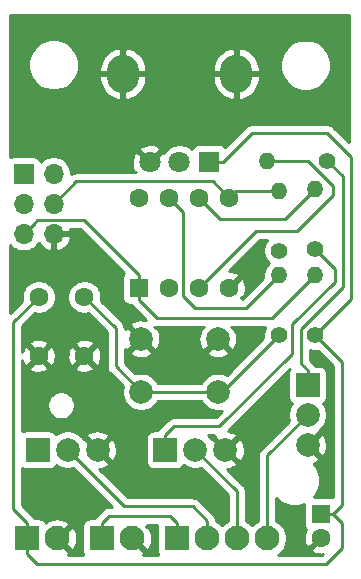
<source format=gtl>
G04 #@! TF.GenerationSoftware,KiCad,Pcbnew,5.1.5-52549c5~86~ubuntu19.04.1*
G04 #@! TF.CreationDate,2020-05-05T22:35:55+02:00*
G04 #@! TF.ProjectId,NotSoTinyDimmer,4e6f7453-6f54-4696-9e79-44696d6d6572,1.3.3*
G04 #@! TF.SameCoordinates,Original*
G04 #@! TF.FileFunction,Copper,L1,Top*
G04 #@! TF.FilePolarity,Positive*
%FSLAX46Y46*%
G04 Gerber Fmt 4.6, Leading zero omitted, Abs format (unit mm)*
G04 Created by KiCad (PCBNEW 5.1.5-52549c5~86~ubuntu19.04.1) date 2020-05-05 22:35:55*
%MOMM*%
%LPD*%
G04 APERTURE LIST*
%ADD10C,2.100000*%
%ADD11R,2.100000X2.100000*%
%ADD12O,1.400000X1.400000*%
%ADD13C,1.400000*%
%ADD14C,2.000000*%
%ADD15R,2.000000X2.000000*%
%ADD16C,1.600000*%
%ADD17R,1.600000X1.600000*%
%ADD18R,1.800000X1.800000*%
%ADD19C,1.800000*%
%ADD20O,2.720000X3.240000*%
%ADD21O,1.700000X1.700000*%
%ADD22R,1.700000X1.700000*%
%ADD23C,0.250000*%
%ADD24C,0.254000*%
G04 APERTURE END LIST*
D10*
X145313400Y-112920000D03*
D11*
X142773400Y-112920000D03*
D10*
X138995000Y-112920000D03*
D11*
X136455000Y-112920000D03*
D12*
X156768800Y-80924400D03*
D13*
X161848800Y-80924400D03*
D12*
X160782000Y-83362800D03*
D13*
X160782000Y-88442800D03*
D12*
X157734000Y-83464400D03*
D13*
X157734000Y-88544400D03*
D14*
X160172400Y-105003600D03*
X160172400Y-102463600D03*
D15*
X160172400Y-99923600D03*
X148132800Y-105410000D03*
D14*
X150672800Y-105410000D03*
X153212800Y-105410000D03*
D15*
X137312400Y-105410000D03*
D14*
X139852400Y-105410000D03*
X142392400Y-105410000D03*
D11*
X149123400Y-112920000D03*
D10*
X151663400Y-112920000D03*
X154203400Y-112920000D03*
X156743400Y-112920000D03*
D16*
X141274800Y-97468500D03*
X141274800Y-92468500D03*
X137403000Y-97468500D03*
X137403000Y-92468500D03*
D17*
X161290000Y-110845600D03*
D16*
X161290000Y-112845600D03*
D12*
X160782000Y-90632500D03*
D13*
X160782000Y-95712500D03*
D12*
X157734000Y-90632500D03*
D13*
X157734000Y-95712500D03*
D18*
X151828000Y-81089500D03*
D19*
X149328000Y-81089500D03*
X146828000Y-81089500D03*
D20*
X144528000Y-73589500D03*
X154128000Y-73589500D03*
D17*
X145897600Y-91694000D03*
D16*
X148437600Y-91694000D03*
X150977600Y-91694000D03*
X153517600Y-91694000D03*
X153517600Y-84074000D03*
X150977600Y-84074000D03*
X148437600Y-84074000D03*
X145897600Y-84074000D03*
D21*
X138668000Y-87134700D03*
X136128000Y-87134700D03*
X138668000Y-84594700D03*
X136128000Y-84594700D03*
X138668000Y-82054700D03*
D22*
X136128000Y-82054700D03*
D14*
X146078000Y-96007800D03*
X146078000Y-100507800D03*
X152578000Y-96007800D03*
X152578000Y-100507800D03*
D23*
X152978000Y-81089500D02*
X155479900Y-78587600D01*
X151828000Y-81089500D02*
X152978000Y-81089500D01*
X161798000Y-78587600D02*
X163830000Y-80619600D01*
X155479900Y-78587600D02*
X161798000Y-78587600D01*
X163830000Y-92664500D02*
X160782000Y-95712500D01*
X163830000Y-80619600D02*
X163830000Y-92664500D01*
X135255000Y-94616500D02*
X137403000Y-92468500D01*
X163068000Y-97998500D02*
X160782000Y-95712500D01*
X162340000Y-110845600D02*
X161290000Y-110845600D01*
X163068000Y-110117600D02*
X162340000Y-110845600D01*
X163068000Y-97998500D02*
X163068000Y-110117600D01*
X162340000Y-110845600D02*
X163093400Y-111599000D01*
X163093400Y-111599000D02*
X163093400Y-113715800D01*
X163093400Y-113715800D02*
X161747200Y-115062000D01*
X137297000Y-115062000D02*
X136455000Y-114220000D01*
X136455000Y-114220000D02*
X136455000Y-112920000D01*
X161747200Y-115062000D02*
X137297000Y-115062000D01*
X135255000Y-110420000D02*
X135255000Y-94616500D01*
X136455000Y-111620000D02*
X135255000Y-110420000D01*
X136455000Y-112920000D02*
X136455000Y-111620000D01*
X151163787Y-100507800D02*
X146078000Y-100507800D01*
X152578000Y-100507800D02*
X151163787Y-100507800D01*
X146078000Y-100507800D02*
X143916400Y-98346200D01*
X143916400Y-95110100D02*
X141274800Y-92468500D01*
X143916400Y-98346200D02*
X143916400Y-95110100D01*
X152938700Y-100507800D02*
X152578000Y-100507800D01*
X157734000Y-95712500D02*
X152938700Y-100507800D01*
X153517600Y-84074000D02*
X152133300Y-82689700D01*
X140573000Y-82689700D02*
X138668000Y-84594700D01*
X152133300Y-82689700D02*
X140573000Y-82689700D01*
X154127200Y-83464400D02*
X153517600Y-84074000D01*
X157734000Y-83464400D02*
X154127200Y-83464400D01*
X160782000Y-83362800D02*
X158292800Y-85852000D01*
X152755600Y-85852000D02*
X150977600Y-84074000D01*
X158292800Y-85852000D02*
X152755600Y-85852000D01*
X157734000Y-90632500D02*
X154940000Y-93426500D01*
X154940000Y-93426500D02*
X150678100Y-93426500D01*
X150678100Y-93426500D02*
X149656800Y-92405200D01*
X149656800Y-85293200D02*
X148437600Y-84074000D01*
X149656800Y-92405200D02*
X149656800Y-85293200D01*
X136977999Y-86284701D02*
X136128000Y-87134700D01*
X137303001Y-85959699D02*
X136977999Y-86284701D01*
X141213299Y-85959699D02*
X137303001Y-85959699D01*
X145897600Y-90644000D02*
X141213299Y-85959699D01*
X145897600Y-91694000D02*
X145897600Y-90644000D01*
X160782000Y-90632500D02*
X157180500Y-94234000D01*
X145897600Y-92744000D02*
X145897600Y-91694000D01*
X147387600Y-94234000D02*
X145897600Y-92744000D01*
X157180500Y-94234000D02*
X147387600Y-94234000D01*
X156768800Y-80924400D02*
X160172400Y-80924400D01*
X160172400Y-80924400D02*
X162306000Y-83058000D01*
X162306000Y-83058000D02*
X162306000Y-83820000D01*
X162306000Y-83820000D02*
X159258000Y-86868000D01*
X155803600Y-86868000D02*
X150977600Y-91694000D01*
X159258000Y-86868000D02*
X155803600Y-86868000D01*
X148864000Y-103428800D02*
X148132800Y-104160000D01*
X152704800Y-103428800D02*
X148864000Y-103428800D01*
X148132800Y-104160000D02*
X148132800Y-105410000D01*
X162458400Y-90119200D02*
X162458400Y-91186000D01*
X160782000Y-88442800D02*
X162458400Y-90119200D01*
X162458400Y-91186000D02*
X158847399Y-94797001D01*
X158847399Y-94797001D02*
X158847399Y-97286201D01*
X158847399Y-97286201D02*
X152704800Y-103428800D01*
X161848800Y-80924400D02*
X163169600Y-82245200D01*
X160046810Y-94742000D02*
X163169600Y-91619210D01*
X163169600Y-91619210D02*
X163169600Y-82245200D01*
X160046810Y-94742000D02*
X159613600Y-95175210D01*
X159613600Y-98114800D02*
X160172400Y-98673600D01*
X160172400Y-98673600D02*
X160172400Y-99923600D01*
X159613600Y-95175210D02*
X159613600Y-98114800D01*
X142773400Y-111620000D02*
X143395400Y-110998000D01*
X142773400Y-112920000D02*
X142773400Y-111620000D01*
X148501400Y-110998000D02*
X149123400Y-111620000D01*
X149123400Y-111620000D02*
X149123400Y-112920000D01*
X143395400Y-110998000D02*
X148501400Y-110998000D01*
X156743400Y-105892600D02*
X160172400Y-102463600D01*
X156743400Y-112920000D02*
X156743400Y-105892600D01*
X154203400Y-108940600D02*
X150672800Y-105410000D01*
X154203400Y-112920000D02*
X154203400Y-108940600D01*
X139852400Y-105410000D02*
X144653000Y-110210600D01*
X151663400Y-111435076D02*
X151663400Y-112920000D01*
X150438924Y-110210600D02*
X151663400Y-111435076D01*
X144653000Y-110210600D02*
X150438924Y-110210600D01*
D24*
G36*
X147435328Y-111870000D02*
G01*
X147435328Y-113970000D01*
X147447588Y-114094482D01*
X147483898Y-114214180D01*
X147530840Y-114302000D01*
X146225187Y-114302000D01*
X146304861Y-114091066D01*
X145313400Y-113099605D01*
X145299258Y-113113748D01*
X145119653Y-112934143D01*
X145133795Y-112920000D01*
X145119653Y-112905858D01*
X145299258Y-112726253D01*
X145313400Y-112740395D01*
X145327543Y-112726253D01*
X145507148Y-112905858D01*
X145493005Y-112920000D01*
X146484466Y-113911461D01*
X146753979Y-113809661D01*
X146899863Y-113511523D01*
X146984780Y-113190654D01*
X147005466Y-112859383D01*
X146961128Y-112530443D01*
X146853469Y-112216473D01*
X146753979Y-112030339D01*
X146484468Y-111928540D01*
X146600009Y-111812999D01*
X146545010Y-111758000D01*
X147446359Y-111758000D01*
X147435328Y-111870000D01*
G37*
X147435328Y-111870000D02*
X147435328Y-113970000D01*
X147447588Y-114094482D01*
X147483898Y-114214180D01*
X147530840Y-114302000D01*
X146225187Y-114302000D01*
X146304861Y-114091066D01*
X145313400Y-113099605D01*
X145299258Y-113113748D01*
X145119653Y-112934143D01*
X145133795Y-112920000D01*
X145119653Y-112905858D01*
X145299258Y-112726253D01*
X145313400Y-112740395D01*
X145327543Y-112726253D01*
X145507148Y-112905858D01*
X145493005Y-112920000D01*
X146484466Y-113911461D01*
X146753979Y-113809661D01*
X146899863Y-113511523D01*
X146984780Y-113190654D01*
X147005466Y-112859383D01*
X146961128Y-112530443D01*
X146853469Y-112216473D01*
X146753979Y-112030339D01*
X146484468Y-111928540D01*
X146600009Y-111812999D01*
X146545010Y-111758000D01*
X147446359Y-111758000D01*
X147435328Y-111870000D01*
G36*
X157671823Y-109685963D02*
G01*
X158027155Y-109923388D01*
X158421979Y-110086930D01*
X158841123Y-110170303D01*
X159268477Y-110170303D01*
X159687621Y-110086930D01*
X159854672Y-110017735D01*
X159851928Y-110045600D01*
X159851928Y-111645600D01*
X159864188Y-111770082D01*
X159900498Y-111889780D01*
X159959463Y-112000094D01*
X160038815Y-112096785D01*
X160051758Y-112107407D01*
X159932429Y-112359596D01*
X159863700Y-112633784D01*
X159849783Y-112916112D01*
X159891213Y-113195730D01*
X159986397Y-113461892D01*
X160053329Y-113587114D01*
X160297298Y-113658697D01*
X161110395Y-112845600D01*
X161096253Y-112831458D01*
X161275858Y-112651853D01*
X161290000Y-112665995D01*
X161304143Y-112651853D01*
X161483748Y-112831458D01*
X161469605Y-112845600D01*
X161483748Y-112859743D01*
X161304143Y-113039348D01*
X161290000Y-113025205D01*
X160476903Y-113838302D01*
X160548486Y-114082271D01*
X160803996Y-114203171D01*
X161078184Y-114271900D01*
X161360512Y-114285817D01*
X161463901Y-114270498D01*
X161432399Y-114302000D01*
X157708011Y-114302000D01*
X157817525Y-114228825D01*
X158052225Y-113994125D01*
X158236628Y-113718147D01*
X158363646Y-113411496D01*
X158428400Y-113085958D01*
X158428400Y-112754042D01*
X158363646Y-112428504D01*
X158236628Y-112121853D01*
X158052225Y-111845875D01*
X157817525Y-111611175D01*
X157541547Y-111426772D01*
X157503400Y-111410971D01*
X157503400Y-109517540D01*
X157671823Y-109685963D01*
G37*
X157671823Y-109685963D02*
X158027155Y-109923388D01*
X158421979Y-110086930D01*
X158841123Y-110170303D01*
X159268477Y-110170303D01*
X159687621Y-110086930D01*
X159854672Y-110017735D01*
X159851928Y-110045600D01*
X159851928Y-111645600D01*
X159864188Y-111770082D01*
X159900498Y-111889780D01*
X159959463Y-112000094D01*
X160038815Y-112096785D01*
X160051758Y-112107407D01*
X159932429Y-112359596D01*
X159863700Y-112633784D01*
X159849783Y-112916112D01*
X159891213Y-113195730D01*
X159986397Y-113461892D01*
X160053329Y-113587114D01*
X160297298Y-113658697D01*
X161110395Y-112845600D01*
X161096253Y-112831458D01*
X161275858Y-112651853D01*
X161290000Y-112665995D01*
X161304143Y-112651853D01*
X161483748Y-112831458D01*
X161469605Y-112845600D01*
X161483748Y-112859743D01*
X161304143Y-113039348D01*
X161290000Y-113025205D01*
X160476903Y-113838302D01*
X160548486Y-114082271D01*
X160803996Y-114203171D01*
X161078184Y-114271900D01*
X161360512Y-114285817D01*
X161463901Y-114270498D01*
X161432399Y-114302000D01*
X157708011Y-114302000D01*
X157817525Y-114228825D01*
X158052225Y-113994125D01*
X158236628Y-113718147D01*
X158363646Y-113411496D01*
X158428400Y-113085958D01*
X158428400Y-112754042D01*
X158363646Y-112428504D01*
X158236628Y-112121853D01*
X158052225Y-111845875D01*
X157817525Y-111611175D01*
X157541547Y-111426772D01*
X157503400Y-111410971D01*
X157503400Y-109517540D01*
X157671823Y-109685963D01*
G36*
X139077937Y-106858918D02*
G01*
X139375488Y-106982168D01*
X139691367Y-107045000D01*
X140013433Y-107045000D01*
X140329312Y-106982168D01*
X140343776Y-106976177D01*
X143605598Y-110238000D01*
X143432723Y-110238000D01*
X143395400Y-110234324D01*
X143358077Y-110238000D01*
X143358067Y-110238000D01*
X143246414Y-110248997D01*
X143103153Y-110292454D01*
X142971124Y-110363026D01*
X142855399Y-110457999D01*
X142831600Y-110486998D01*
X142262398Y-111056201D01*
X142233400Y-111079999D01*
X142209602Y-111108997D01*
X142209601Y-111108998D01*
X142138426Y-111195724D01*
X142119074Y-111231928D01*
X141723400Y-111231928D01*
X141598918Y-111244188D01*
X141479220Y-111280498D01*
X141368906Y-111339463D01*
X141272215Y-111418815D01*
X141192863Y-111515506D01*
X141133898Y-111625820D01*
X141097588Y-111745518D01*
X141085328Y-111870000D01*
X141085328Y-113970000D01*
X141097588Y-114094482D01*
X141133898Y-114214180D01*
X141180840Y-114302000D01*
X139906787Y-114302000D01*
X139986461Y-114091066D01*
X138995000Y-113099605D01*
X138980858Y-113113748D01*
X138801253Y-112934143D01*
X138815395Y-112920000D01*
X139174605Y-112920000D01*
X140166066Y-113911461D01*
X140435579Y-113809661D01*
X140581463Y-113511523D01*
X140666380Y-113190654D01*
X140687066Y-112859383D01*
X140642728Y-112530443D01*
X140535069Y-112216473D01*
X140435579Y-112030339D01*
X140166066Y-111928539D01*
X139174605Y-112920000D01*
X138815395Y-112920000D01*
X138801253Y-112905858D01*
X138980858Y-112726253D01*
X138995000Y-112740395D01*
X139986461Y-111748934D01*
X139884661Y-111479421D01*
X139586523Y-111333537D01*
X139265654Y-111248620D01*
X138934383Y-111227934D01*
X138605443Y-111272272D01*
X138291473Y-111379931D01*
X138105339Y-111479421D01*
X138068451Y-111577082D01*
X138035537Y-111515506D01*
X137956185Y-111418815D01*
X137859494Y-111339463D01*
X137749180Y-111280498D01*
X137629482Y-111244188D01*
X137505000Y-111231928D01*
X137109326Y-111231928D01*
X137089974Y-111195724D01*
X136995001Y-111079999D01*
X136966003Y-111056201D01*
X136015000Y-110105199D01*
X136015000Y-106971055D01*
X136068220Y-106999502D01*
X136187918Y-107035812D01*
X136312400Y-107048072D01*
X138312400Y-107048072D01*
X138436882Y-107035812D01*
X138556580Y-106999502D01*
X138666894Y-106940537D01*
X138763585Y-106861185D01*
X138842937Y-106764494D01*
X138867591Y-106718370D01*
X139077937Y-106858918D01*
G37*
X139077937Y-106858918D02*
X139375488Y-106982168D01*
X139691367Y-107045000D01*
X140013433Y-107045000D01*
X140329312Y-106982168D01*
X140343776Y-106976177D01*
X143605598Y-110238000D01*
X143432723Y-110238000D01*
X143395400Y-110234324D01*
X143358077Y-110238000D01*
X143358067Y-110238000D01*
X143246414Y-110248997D01*
X143103153Y-110292454D01*
X142971124Y-110363026D01*
X142855399Y-110457999D01*
X142831600Y-110486998D01*
X142262398Y-111056201D01*
X142233400Y-111079999D01*
X142209602Y-111108997D01*
X142209601Y-111108998D01*
X142138426Y-111195724D01*
X142119074Y-111231928D01*
X141723400Y-111231928D01*
X141598918Y-111244188D01*
X141479220Y-111280498D01*
X141368906Y-111339463D01*
X141272215Y-111418815D01*
X141192863Y-111515506D01*
X141133898Y-111625820D01*
X141097588Y-111745518D01*
X141085328Y-111870000D01*
X141085328Y-113970000D01*
X141097588Y-114094482D01*
X141133898Y-114214180D01*
X141180840Y-114302000D01*
X139906787Y-114302000D01*
X139986461Y-114091066D01*
X138995000Y-113099605D01*
X138980858Y-113113748D01*
X138801253Y-112934143D01*
X138815395Y-112920000D01*
X139174605Y-112920000D01*
X140166066Y-113911461D01*
X140435579Y-113809661D01*
X140581463Y-113511523D01*
X140666380Y-113190654D01*
X140687066Y-112859383D01*
X140642728Y-112530443D01*
X140535069Y-112216473D01*
X140435579Y-112030339D01*
X140166066Y-111928539D01*
X139174605Y-112920000D01*
X138815395Y-112920000D01*
X138801253Y-112905858D01*
X138980858Y-112726253D01*
X138995000Y-112740395D01*
X139986461Y-111748934D01*
X139884661Y-111479421D01*
X139586523Y-111333537D01*
X139265654Y-111248620D01*
X138934383Y-111227934D01*
X138605443Y-111272272D01*
X138291473Y-111379931D01*
X138105339Y-111479421D01*
X138068451Y-111577082D01*
X138035537Y-111515506D01*
X137956185Y-111418815D01*
X137859494Y-111339463D01*
X137749180Y-111280498D01*
X137629482Y-111244188D01*
X137505000Y-111231928D01*
X137109326Y-111231928D01*
X137089974Y-111195724D01*
X136995001Y-111079999D01*
X136966003Y-111056201D01*
X136015000Y-110105199D01*
X136015000Y-106971055D01*
X136068220Y-106999502D01*
X136187918Y-107035812D01*
X136312400Y-107048072D01*
X138312400Y-107048072D01*
X138436882Y-107035812D01*
X138556580Y-106999502D01*
X138666894Y-106940537D01*
X138763585Y-106861185D01*
X138842937Y-106764494D01*
X138867591Y-106718370D01*
X139077937Y-106858918D01*
G36*
X144635235Y-90456437D02*
G01*
X144567063Y-90539506D01*
X144508098Y-90649820D01*
X144471788Y-90769518D01*
X144459528Y-90894000D01*
X144459528Y-92494000D01*
X144471788Y-92618482D01*
X144508098Y-92738180D01*
X144567063Y-92848494D01*
X144646415Y-92945185D01*
X144743106Y-93024537D01*
X144853420Y-93083502D01*
X144973118Y-93119812D01*
X145097600Y-93132072D01*
X145243274Y-93132072D01*
X145262626Y-93168276D01*
X145302471Y-93216826D01*
X145357599Y-93284001D01*
X145386603Y-93307804D01*
X146509458Y-94430660D01*
X146336892Y-94385416D01*
X146015405Y-94366082D01*
X145696325Y-94409839D01*
X145391912Y-94515005D01*
X145217956Y-94607986D01*
X145122192Y-94872387D01*
X146078000Y-95828195D01*
X146092143Y-95814053D01*
X146271748Y-95993658D01*
X146257605Y-96007800D01*
X147213413Y-96963608D01*
X147477814Y-96867844D01*
X147618704Y-96578229D01*
X147700384Y-96266692D01*
X147719718Y-95945205D01*
X147675961Y-95626125D01*
X147570795Y-95321712D01*
X147477814Y-95147756D01*
X147213415Y-95051993D01*
X147278479Y-94986929D01*
X147350267Y-94994000D01*
X147350276Y-94994000D01*
X147387599Y-94997676D01*
X147424922Y-94994000D01*
X151384592Y-94994000D01*
X151442585Y-95051993D01*
X151178186Y-95147756D01*
X151037296Y-95437371D01*
X150955616Y-95748908D01*
X150936282Y-96070395D01*
X150980039Y-96389475D01*
X151085205Y-96693888D01*
X151178186Y-96867844D01*
X151442587Y-96963608D01*
X152398395Y-96007800D01*
X152384253Y-95993658D01*
X152563858Y-95814053D01*
X152578000Y-95828195D01*
X152592143Y-95814053D01*
X152771748Y-95993658D01*
X152757605Y-96007800D01*
X153713413Y-96963608D01*
X153977814Y-96867844D01*
X154118704Y-96578229D01*
X154200384Y-96266692D01*
X154219718Y-95945205D01*
X154175961Y-95626125D01*
X154070795Y-95321712D01*
X153977814Y-95147756D01*
X153713415Y-95051993D01*
X153771408Y-94994000D01*
X156608496Y-94994000D01*
X156550939Y-95080141D01*
X156450304Y-95323095D01*
X156399000Y-95581014D01*
X156399000Y-95843986D01*
X156420355Y-95951343D01*
X153324429Y-99047270D01*
X153054912Y-98935632D01*
X152739033Y-98872800D01*
X152416967Y-98872800D01*
X152101088Y-98935632D01*
X151803537Y-99058882D01*
X151535748Y-99237813D01*
X151308013Y-99465548D01*
X151129082Y-99733337D01*
X151123091Y-99747800D01*
X147532909Y-99747800D01*
X147526918Y-99733337D01*
X147347987Y-99465548D01*
X147120252Y-99237813D01*
X146852463Y-99058882D01*
X146554912Y-98935632D01*
X146239033Y-98872800D01*
X145916967Y-98872800D01*
X145601088Y-98935632D01*
X145586625Y-98941623D01*
X144676400Y-98031399D01*
X144676400Y-97143213D01*
X145122192Y-97143213D01*
X145217956Y-97407614D01*
X145507571Y-97548504D01*
X145819108Y-97630184D01*
X146140595Y-97649518D01*
X146459675Y-97605761D01*
X146764088Y-97500595D01*
X146938044Y-97407614D01*
X147033808Y-97143213D01*
X151622192Y-97143213D01*
X151717956Y-97407614D01*
X152007571Y-97548504D01*
X152319108Y-97630184D01*
X152640595Y-97649518D01*
X152959675Y-97605761D01*
X153264088Y-97500595D01*
X153438044Y-97407614D01*
X153533808Y-97143213D01*
X152578000Y-96187405D01*
X151622192Y-97143213D01*
X147033808Y-97143213D01*
X146078000Y-96187405D01*
X145122192Y-97143213D01*
X144676400Y-97143213D01*
X144676400Y-96864503D01*
X144678186Y-96867844D01*
X144942587Y-96963608D01*
X145898395Y-96007800D01*
X144942587Y-95051992D01*
X144678186Y-95147756D01*
X144676400Y-95151427D01*
X144676400Y-95147433D01*
X144680077Y-95110100D01*
X144665403Y-94961114D01*
X144621946Y-94817853D01*
X144551374Y-94685824D01*
X144456401Y-94570099D01*
X144427403Y-94546301D01*
X142673488Y-92792386D01*
X142709800Y-92609835D01*
X142709800Y-92327165D01*
X142654653Y-92049926D01*
X142546480Y-91788773D01*
X142389437Y-91553741D01*
X142189559Y-91353863D01*
X141954527Y-91196820D01*
X141693374Y-91088647D01*
X141416135Y-91033500D01*
X141133465Y-91033500D01*
X140856226Y-91088647D01*
X140595073Y-91196820D01*
X140360041Y-91353863D01*
X140160163Y-91553741D01*
X140003120Y-91788773D01*
X139894947Y-92049926D01*
X139839800Y-92327165D01*
X139839800Y-92609835D01*
X139894947Y-92887074D01*
X140003120Y-93148227D01*
X140160163Y-93383259D01*
X140360041Y-93583137D01*
X140595073Y-93740180D01*
X140856226Y-93848353D01*
X141133465Y-93903500D01*
X141416135Y-93903500D01*
X141598686Y-93867188D01*
X143156401Y-95424903D01*
X143156400Y-98308877D01*
X143152724Y-98346200D01*
X143156400Y-98383522D01*
X143156400Y-98383532D01*
X143167397Y-98495185D01*
X143210193Y-98636267D01*
X143210854Y-98638446D01*
X143281426Y-98770476D01*
X143304932Y-98799118D01*
X143376399Y-98886201D01*
X143405403Y-98910004D01*
X144511823Y-100016425D01*
X144505832Y-100030888D01*
X144443000Y-100346767D01*
X144443000Y-100668833D01*
X144505832Y-100984712D01*
X144629082Y-101282263D01*
X144808013Y-101550052D01*
X145035748Y-101777787D01*
X145303537Y-101956718D01*
X145601088Y-102079968D01*
X145916967Y-102142800D01*
X146239033Y-102142800D01*
X146554912Y-102079968D01*
X146852463Y-101956718D01*
X147120252Y-101777787D01*
X147347987Y-101550052D01*
X147526918Y-101282263D01*
X147532909Y-101267800D01*
X151123091Y-101267800D01*
X151129082Y-101282263D01*
X151308013Y-101550052D01*
X151535748Y-101777787D01*
X151803537Y-101956718D01*
X152101088Y-102079968D01*
X152416967Y-102142800D01*
X152739033Y-102142800D01*
X152959940Y-102098859D01*
X152389999Y-102668800D01*
X148901323Y-102668800D01*
X148864000Y-102665124D01*
X148826677Y-102668800D01*
X148826667Y-102668800D01*
X148715014Y-102679797D01*
X148571753Y-102723254D01*
X148439723Y-102793826D01*
X148356083Y-102862468D01*
X148323999Y-102888799D01*
X148300201Y-102917798D01*
X147621802Y-103596197D01*
X147592799Y-103619999D01*
X147537671Y-103687174D01*
X147497826Y-103735724D01*
X147478474Y-103771928D01*
X147132800Y-103771928D01*
X147008318Y-103784188D01*
X146888620Y-103820498D01*
X146778306Y-103879463D01*
X146681615Y-103958815D01*
X146602263Y-104055506D01*
X146543298Y-104165820D01*
X146506988Y-104285518D01*
X146494728Y-104410000D01*
X146494728Y-106410000D01*
X146506988Y-106534482D01*
X146543298Y-106654180D01*
X146602263Y-106764494D01*
X146681615Y-106861185D01*
X146778306Y-106940537D01*
X146888620Y-106999502D01*
X147008318Y-107035812D01*
X147132800Y-107048072D01*
X149132800Y-107048072D01*
X149257282Y-107035812D01*
X149376980Y-106999502D01*
X149487294Y-106940537D01*
X149583985Y-106861185D01*
X149663337Y-106764494D01*
X149687991Y-106718370D01*
X149898337Y-106858918D01*
X150195888Y-106982168D01*
X150511767Y-107045000D01*
X150833833Y-107045000D01*
X151149712Y-106982168D01*
X151164175Y-106976177D01*
X153443401Y-109255404D01*
X153443400Y-111410971D01*
X153405253Y-111426772D01*
X153129275Y-111611175D01*
X152933400Y-111807050D01*
X152737525Y-111611175D01*
X152461547Y-111426772D01*
X152424758Y-111411534D01*
X152412403Y-111286090D01*
X152368946Y-111142829D01*
X152298374Y-111010800D01*
X152256358Y-110959603D01*
X152203401Y-110895075D01*
X152174404Y-110871278D01*
X151002728Y-109699603D01*
X150978925Y-109670599D01*
X150863200Y-109575626D01*
X150731171Y-109505054D01*
X150587910Y-109461597D01*
X150476257Y-109450600D01*
X150476246Y-109450600D01*
X150438924Y-109446924D01*
X150401602Y-109450600D01*
X144967802Y-109450600D01*
X142555181Y-107037979D01*
X142774075Y-107007961D01*
X143078488Y-106902795D01*
X143252444Y-106809814D01*
X143348208Y-106545413D01*
X142392400Y-105589605D01*
X142378258Y-105603748D01*
X142198653Y-105424143D01*
X142212795Y-105410000D01*
X142572005Y-105410000D01*
X143527813Y-106365808D01*
X143792214Y-106270044D01*
X143933104Y-105980429D01*
X144014784Y-105668892D01*
X144034118Y-105347405D01*
X143990361Y-105028325D01*
X143885195Y-104723912D01*
X143792214Y-104549956D01*
X143527813Y-104454192D01*
X142572005Y-105410000D01*
X142212795Y-105410000D01*
X141256987Y-104454192D01*
X141195120Y-104476600D01*
X141122387Y-104367748D01*
X141029226Y-104274587D01*
X141436592Y-104274587D01*
X142392400Y-105230395D01*
X143348208Y-104274587D01*
X143252444Y-104010186D01*
X142962829Y-103869296D01*
X142651292Y-103787616D01*
X142329805Y-103768282D01*
X142010725Y-103812039D01*
X141706312Y-103917205D01*
X141532356Y-104010186D01*
X141436592Y-104274587D01*
X141029226Y-104274587D01*
X140894652Y-104140013D01*
X140626863Y-103961082D01*
X140329312Y-103837832D01*
X140013433Y-103775000D01*
X139691367Y-103775000D01*
X139375488Y-103837832D01*
X139077937Y-103961082D01*
X138867591Y-104101630D01*
X138842937Y-104055506D01*
X138763585Y-103958815D01*
X138666894Y-103879463D01*
X138556580Y-103820498D01*
X138436882Y-103784188D01*
X138312400Y-103771928D01*
X136312400Y-103771928D01*
X136187918Y-103784188D01*
X136068220Y-103820498D01*
X136015000Y-103848945D01*
X136015000Y-101535140D01*
X138119282Y-101535140D01*
X138119282Y-101766460D01*
X138164410Y-101993336D01*
X138252933Y-102207048D01*
X138381448Y-102399384D01*
X138545016Y-102562952D01*
X138737352Y-102691467D01*
X138951064Y-102779990D01*
X139177940Y-102825118D01*
X139409260Y-102825118D01*
X139636136Y-102779990D01*
X139849848Y-102691467D01*
X140042184Y-102562952D01*
X140205752Y-102399384D01*
X140334267Y-102207048D01*
X140422790Y-101993336D01*
X140467918Y-101766460D01*
X140467918Y-101535140D01*
X140422790Y-101308264D01*
X140334267Y-101094552D01*
X140205752Y-100902216D01*
X140042184Y-100738648D01*
X139849848Y-100610133D01*
X139636136Y-100521610D01*
X139409260Y-100476482D01*
X139177940Y-100476482D01*
X138951064Y-100521610D01*
X138737352Y-100610133D01*
X138545016Y-100738648D01*
X138381448Y-100902216D01*
X138252933Y-101094552D01*
X138164410Y-101308264D01*
X138119282Y-101535140D01*
X136015000Y-101535140D01*
X136015000Y-98461202D01*
X136589903Y-98461202D01*
X136661486Y-98705171D01*
X136916996Y-98826071D01*
X137191184Y-98894800D01*
X137473512Y-98908717D01*
X137753130Y-98867287D01*
X138019292Y-98772103D01*
X138144514Y-98705171D01*
X138216097Y-98461202D01*
X140461703Y-98461202D01*
X140533286Y-98705171D01*
X140788796Y-98826071D01*
X141062984Y-98894800D01*
X141345312Y-98908717D01*
X141624930Y-98867287D01*
X141891092Y-98772103D01*
X142016314Y-98705171D01*
X142087897Y-98461202D01*
X141274800Y-97648105D01*
X140461703Y-98461202D01*
X138216097Y-98461202D01*
X137403000Y-97648105D01*
X136589903Y-98461202D01*
X136015000Y-98461202D01*
X136015000Y-97848794D01*
X136099397Y-98084792D01*
X136166329Y-98210014D01*
X136410298Y-98281597D01*
X137223395Y-97468500D01*
X137582605Y-97468500D01*
X138395702Y-98281597D01*
X138639671Y-98210014D01*
X138760571Y-97954504D01*
X138829300Y-97680316D01*
X138836265Y-97539012D01*
X139834583Y-97539012D01*
X139876013Y-97818630D01*
X139971197Y-98084792D01*
X140038129Y-98210014D01*
X140282098Y-98281597D01*
X141095195Y-97468500D01*
X141454405Y-97468500D01*
X142267502Y-98281597D01*
X142511471Y-98210014D01*
X142632371Y-97954504D01*
X142701100Y-97680316D01*
X142715017Y-97397988D01*
X142673587Y-97118370D01*
X142578403Y-96852208D01*
X142511471Y-96726986D01*
X142267502Y-96655403D01*
X141454405Y-97468500D01*
X141095195Y-97468500D01*
X140282098Y-96655403D01*
X140038129Y-96726986D01*
X139917229Y-96982496D01*
X139848500Y-97256684D01*
X139834583Y-97539012D01*
X138836265Y-97539012D01*
X138843217Y-97397988D01*
X138801787Y-97118370D01*
X138706603Y-96852208D01*
X138639671Y-96726986D01*
X138395702Y-96655403D01*
X137582605Y-97468500D01*
X137223395Y-97468500D01*
X136410298Y-96655403D01*
X136166329Y-96726986D01*
X136045429Y-96982496D01*
X136015000Y-97103890D01*
X136015000Y-96475798D01*
X136589903Y-96475798D01*
X137403000Y-97288895D01*
X138216097Y-96475798D01*
X140461703Y-96475798D01*
X141274800Y-97288895D01*
X142087897Y-96475798D01*
X142016314Y-96231829D01*
X141760804Y-96110929D01*
X141486616Y-96042200D01*
X141204288Y-96028283D01*
X140924670Y-96069713D01*
X140658508Y-96164897D01*
X140533286Y-96231829D01*
X140461703Y-96475798D01*
X138216097Y-96475798D01*
X138144514Y-96231829D01*
X137889004Y-96110929D01*
X137614816Y-96042200D01*
X137332488Y-96028283D01*
X137052870Y-96069713D01*
X136786708Y-96164897D01*
X136661486Y-96231829D01*
X136589903Y-96475798D01*
X136015000Y-96475798D01*
X136015000Y-94931301D01*
X137079114Y-93867188D01*
X137261665Y-93903500D01*
X137544335Y-93903500D01*
X137821574Y-93848353D01*
X138082727Y-93740180D01*
X138317759Y-93583137D01*
X138517637Y-93383259D01*
X138674680Y-93148227D01*
X138782853Y-92887074D01*
X138838000Y-92609835D01*
X138838000Y-92327165D01*
X138782853Y-92049926D01*
X138674680Y-91788773D01*
X138517637Y-91553741D01*
X138317759Y-91353863D01*
X138082727Y-91196820D01*
X137821574Y-91088647D01*
X137544335Y-91033500D01*
X137261665Y-91033500D01*
X136984426Y-91088647D01*
X136723273Y-91196820D01*
X136488241Y-91353863D01*
X136288363Y-91553741D01*
X136131320Y-91788773D01*
X136023147Y-92049926D01*
X135968000Y-92327165D01*
X135968000Y-92609835D01*
X136004312Y-92792386D01*
X134988000Y-93808699D01*
X134988000Y-88094807D01*
X135181368Y-88288175D01*
X135424589Y-88450690D01*
X135694842Y-88562632D01*
X135981740Y-88619700D01*
X136274260Y-88619700D01*
X136561158Y-88562632D01*
X136831411Y-88450690D01*
X137074632Y-88288175D01*
X137281475Y-88081332D01*
X137399100Y-87905294D01*
X137570412Y-88134969D01*
X137786645Y-88329878D01*
X138036748Y-88478857D01*
X138311109Y-88576181D01*
X138541000Y-88455514D01*
X138541000Y-87261700D01*
X138795000Y-87261700D01*
X138795000Y-88455514D01*
X139024891Y-88576181D01*
X139299252Y-88478857D01*
X139549355Y-88329878D01*
X139765588Y-88134969D01*
X139939641Y-87901620D01*
X140064825Y-87638799D01*
X140109476Y-87491590D01*
X139988155Y-87261700D01*
X138795000Y-87261700D01*
X138541000Y-87261700D01*
X138521000Y-87261700D01*
X138521000Y-87007700D01*
X138541000Y-87007700D01*
X138541000Y-86987700D01*
X138795000Y-86987700D01*
X138795000Y-87007700D01*
X139988155Y-87007700D01*
X140109476Y-86777810D01*
X140091850Y-86719699D01*
X140898498Y-86719699D01*
X144635235Y-90456437D01*
G37*
X144635235Y-90456437D02*
X144567063Y-90539506D01*
X144508098Y-90649820D01*
X144471788Y-90769518D01*
X144459528Y-90894000D01*
X144459528Y-92494000D01*
X144471788Y-92618482D01*
X144508098Y-92738180D01*
X144567063Y-92848494D01*
X144646415Y-92945185D01*
X144743106Y-93024537D01*
X144853420Y-93083502D01*
X144973118Y-93119812D01*
X145097600Y-93132072D01*
X145243274Y-93132072D01*
X145262626Y-93168276D01*
X145302471Y-93216826D01*
X145357599Y-93284001D01*
X145386603Y-93307804D01*
X146509458Y-94430660D01*
X146336892Y-94385416D01*
X146015405Y-94366082D01*
X145696325Y-94409839D01*
X145391912Y-94515005D01*
X145217956Y-94607986D01*
X145122192Y-94872387D01*
X146078000Y-95828195D01*
X146092143Y-95814053D01*
X146271748Y-95993658D01*
X146257605Y-96007800D01*
X147213413Y-96963608D01*
X147477814Y-96867844D01*
X147618704Y-96578229D01*
X147700384Y-96266692D01*
X147719718Y-95945205D01*
X147675961Y-95626125D01*
X147570795Y-95321712D01*
X147477814Y-95147756D01*
X147213415Y-95051993D01*
X147278479Y-94986929D01*
X147350267Y-94994000D01*
X147350276Y-94994000D01*
X147387599Y-94997676D01*
X147424922Y-94994000D01*
X151384592Y-94994000D01*
X151442585Y-95051993D01*
X151178186Y-95147756D01*
X151037296Y-95437371D01*
X150955616Y-95748908D01*
X150936282Y-96070395D01*
X150980039Y-96389475D01*
X151085205Y-96693888D01*
X151178186Y-96867844D01*
X151442587Y-96963608D01*
X152398395Y-96007800D01*
X152384253Y-95993658D01*
X152563858Y-95814053D01*
X152578000Y-95828195D01*
X152592143Y-95814053D01*
X152771748Y-95993658D01*
X152757605Y-96007800D01*
X153713413Y-96963608D01*
X153977814Y-96867844D01*
X154118704Y-96578229D01*
X154200384Y-96266692D01*
X154219718Y-95945205D01*
X154175961Y-95626125D01*
X154070795Y-95321712D01*
X153977814Y-95147756D01*
X153713415Y-95051993D01*
X153771408Y-94994000D01*
X156608496Y-94994000D01*
X156550939Y-95080141D01*
X156450304Y-95323095D01*
X156399000Y-95581014D01*
X156399000Y-95843986D01*
X156420355Y-95951343D01*
X153324429Y-99047270D01*
X153054912Y-98935632D01*
X152739033Y-98872800D01*
X152416967Y-98872800D01*
X152101088Y-98935632D01*
X151803537Y-99058882D01*
X151535748Y-99237813D01*
X151308013Y-99465548D01*
X151129082Y-99733337D01*
X151123091Y-99747800D01*
X147532909Y-99747800D01*
X147526918Y-99733337D01*
X147347987Y-99465548D01*
X147120252Y-99237813D01*
X146852463Y-99058882D01*
X146554912Y-98935632D01*
X146239033Y-98872800D01*
X145916967Y-98872800D01*
X145601088Y-98935632D01*
X145586625Y-98941623D01*
X144676400Y-98031399D01*
X144676400Y-97143213D01*
X145122192Y-97143213D01*
X145217956Y-97407614D01*
X145507571Y-97548504D01*
X145819108Y-97630184D01*
X146140595Y-97649518D01*
X146459675Y-97605761D01*
X146764088Y-97500595D01*
X146938044Y-97407614D01*
X147033808Y-97143213D01*
X151622192Y-97143213D01*
X151717956Y-97407614D01*
X152007571Y-97548504D01*
X152319108Y-97630184D01*
X152640595Y-97649518D01*
X152959675Y-97605761D01*
X153264088Y-97500595D01*
X153438044Y-97407614D01*
X153533808Y-97143213D01*
X152578000Y-96187405D01*
X151622192Y-97143213D01*
X147033808Y-97143213D01*
X146078000Y-96187405D01*
X145122192Y-97143213D01*
X144676400Y-97143213D01*
X144676400Y-96864503D01*
X144678186Y-96867844D01*
X144942587Y-96963608D01*
X145898395Y-96007800D01*
X144942587Y-95051992D01*
X144678186Y-95147756D01*
X144676400Y-95151427D01*
X144676400Y-95147433D01*
X144680077Y-95110100D01*
X144665403Y-94961114D01*
X144621946Y-94817853D01*
X144551374Y-94685824D01*
X144456401Y-94570099D01*
X144427403Y-94546301D01*
X142673488Y-92792386D01*
X142709800Y-92609835D01*
X142709800Y-92327165D01*
X142654653Y-92049926D01*
X142546480Y-91788773D01*
X142389437Y-91553741D01*
X142189559Y-91353863D01*
X141954527Y-91196820D01*
X141693374Y-91088647D01*
X141416135Y-91033500D01*
X141133465Y-91033500D01*
X140856226Y-91088647D01*
X140595073Y-91196820D01*
X140360041Y-91353863D01*
X140160163Y-91553741D01*
X140003120Y-91788773D01*
X139894947Y-92049926D01*
X139839800Y-92327165D01*
X139839800Y-92609835D01*
X139894947Y-92887074D01*
X140003120Y-93148227D01*
X140160163Y-93383259D01*
X140360041Y-93583137D01*
X140595073Y-93740180D01*
X140856226Y-93848353D01*
X141133465Y-93903500D01*
X141416135Y-93903500D01*
X141598686Y-93867188D01*
X143156401Y-95424903D01*
X143156400Y-98308877D01*
X143152724Y-98346200D01*
X143156400Y-98383522D01*
X143156400Y-98383532D01*
X143167397Y-98495185D01*
X143210193Y-98636267D01*
X143210854Y-98638446D01*
X143281426Y-98770476D01*
X143304932Y-98799118D01*
X143376399Y-98886201D01*
X143405403Y-98910004D01*
X144511823Y-100016425D01*
X144505832Y-100030888D01*
X144443000Y-100346767D01*
X144443000Y-100668833D01*
X144505832Y-100984712D01*
X144629082Y-101282263D01*
X144808013Y-101550052D01*
X145035748Y-101777787D01*
X145303537Y-101956718D01*
X145601088Y-102079968D01*
X145916967Y-102142800D01*
X146239033Y-102142800D01*
X146554912Y-102079968D01*
X146852463Y-101956718D01*
X147120252Y-101777787D01*
X147347987Y-101550052D01*
X147526918Y-101282263D01*
X147532909Y-101267800D01*
X151123091Y-101267800D01*
X151129082Y-101282263D01*
X151308013Y-101550052D01*
X151535748Y-101777787D01*
X151803537Y-101956718D01*
X152101088Y-102079968D01*
X152416967Y-102142800D01*
X152739033Y-102142800D01*
X152959940Y-102098859D01*
X152389999Y-102668800D01*
X148901323Y-102668800D01*
X148864000Y-102665124D01*
X148826677Y-102668800D01*
X148826667Y-102668800D01*
X148715014Y-102679797D01*
X148571753Y-102723254D01*
X148439723Y-102793826D01*
X148356083Y-102862468D01*
X148323999Y-102888799D01*
X148300201Y-102917798D01*
X147621802Y-103596197D01*
X147592799Y-103619999D01*
X147537671Y-103687174D01*
X147497826Y-103735724D01*
X147478474Y-103771928D01*
X147132800Y-103771928D01*
X147008318Y-103784188D01*
X146888620Y-103820498D01*
X146778306Y-103879463D01*
X146681615Y-103958815D01*
X146602263Y-104055506D01*
X146543298Y-104165820D01*
X146506988Y-104285518D01*
X146494728Y-104410000D01*
X146494728Y-106410000D01*
X146506988Y-106534482D01*
X146543298Y-106654180D01*
X146602263Y-106764494D01*
X146681615Y-106861185D01*
X146778306Y-106940537D01*
X146888620Y-106999502D01*
X147008318Y-107035812D01*
X147132800Y-107048072D01*
X149132800Y-107048072D01*
X149257282Y-107035812D01*
X149376980Y-106999502D01*
X149487294Y-106940537D01*
X149583985Y-106861185D01*
X149663337Y-106764494D01*
X149687991Y-106718370D01*
X149898337Y-106858918D01*
X150195888Y-106982168D01*
X150511767Y-107045000D01*
X150833833Y-107045000D01*
X151149712Y-106982168D01*
X151164175Y-106976177D01*
X153443401Y-109255404D01*
X153443400Y-111410971D01*
X153405253Y-111426772D01*
X153129275Y-111611175D01*
X152933400Y-111807050D01*
X152737525Y-111611175D01*
X152461547Y-111426772D01*
X152424758Y-111411534D01*
X152412403Y-111286090D01*
X152368946Y-111142829D01*
X152298374Y-111010800D01*
X152256358Y-110959603D01*
X152203401Y-110895075D01*
X152174404Y-110871278D01*
X151002728Y-109699603D01*
X150978925Y-109670599D01*
X150863200Y-109575626D01*
X150731171Y-109505054D01*
X150587910Y-109461597D01*
X150476257Y-109450600D01*
X150476246Y-109450600D01*
X150438924Y-109446924D01*
X150401602Y-109450600D01*
X144967802Y-109450600D01*
X142555181Y-107037979D01*
X142774075Y-107007961D01*
X143078488Y-106902795D01*
X143252444Y-106809814D01*
X143348208Y-106545413D01*
X142392400Y-105589605D01*
X142378258Y-105603748D01*
X142198653Y-105424143D01*
X142212795Y-105410000D01*
X142572005Y-105410000D01*
X143527813Y-106365808D01*
X143792214Y-106270044D01*
X143933104Y-105980429D01*
X144014784Y-105668892D01*
X144034118Y-105347405D01*
X143990361Y-105028325D01*
X143885195Y-104723912D01*
X143792214Y-104549956D01*
X143527813Y-104454192D01*
X142572005Y-105410000D01*
X142212795Y-105410000D01*
X141256987Y-104454192D01*
X141195120Y-104476600D01*
X141122387Y-104367748D01*
X141029226Y-104274587D01*
X141436592Y-104274587D01*
X142392400Y-105230395D01*
X143348208Y-104274587D01*
X143252444Y-104010186D01*
X142962829Y-103869296D01*
X142651292Y-103787616D01*
X142329805Y-103768282D01*
X142010725Y-103812039D01*
X141706312Y-103917205D01*
X141532356Y-104010186D01*
X141436592Y-104274587D01*
X141029226Y-104274587D01*
X140894652Y-104140013D01*
X140626863Y-103961082D01*
X140329312Y-103837832D01*
X140013433Y-103775000D01*
X139691367Y-103775000D01*
X139375488Y-103837832D01*
X139077937Y-103961082D01*
X138867591Y-104101630D01*
X138842937Y-104055506D01*
X138763585Y-103958815D01*
X138666894Y-103879463D01*
X138556580Y-103820498D01*
X138436882Y-103784188D01*
X138312400Y-103771928D01*
X136312400Y-103771928D01*
X136187918Y-103784188D01*
X136068220Y-103820498D01*
X136015000Y-103848945D01*
X136015000Y-101535140D01*
X138119282Y-101535140D01*
X138119282Y-101766460D01*
X138164410Y-101993336D01*
X138252933Y-102207048D01*
X138381448Y-102399384D01*
X138545016Y-102562952D01*
X138737352Y-102691467D01*
X138951064Y-102779990D01*
X139177940Y-102825118D01*
X139409260Y-102825118D01*
X139636136Y-102779990D01*
X139849848Y-102691467D01*
X140042184Y-102562952D01*
X140205752Y-102399384D01*
X140334267Y-102207048D01*
X140422790Y-101993336D01*
X140467918Y-101766460D01*
X140467918Y-101535140D01*
X140422790Y-101308264D01*
X140334267Y-101094552D01*
X140205752Y-100902216D01*
X140042184Y-100738648D01*
X139849848Y-100610133D01*
X139636136Y-100521610D01*
X139409260Y-100476482D01*
X139177940Y-100476482D01*
X138951064Y-100521610D01*
X138737352Y-100610133D01*
X138545016Y-100738648D01*
X138381448Y-100902216D01*
X138252933Y-101094552D01*
X138164410Y-101308264D01*
X138119282Y-101535140D01*
X136015000Y-101535140D01*
X136015000Y-98461202D01*
X136589903Y-98461202D01*
X136661486Y-98705171D01*
X136916996Y-98826071D01*
X137191184Y-98894800D01*
X137473512Y-98908717D01*
X137753130Y-98867287D01*
X138019292Y-98772103D01*
X138144514Y-98705171D01*
X138216097Y-98461202D01*
X140461703Y-98461202D01*
X140533286Y-98705171D01*
X140788796Y-98826071D01*
X141062984Y-98894800D01*
X141345312Y-98908717D01*
X141624930Y-98867287D01*
X141891092Y-98772103D01*
X142016314Y-98705171D01*
X142087897Y-98461202D01*
X141274800Y-97648105D01*
X140461703Y-98461202D01*
X138216097Y-98461202D01*
X137403000Y-97648105D01*
X136589903Y-98461202D01*
X136015000Y-98461202D01*
X136015000Y-97848794D01*
X136099397Y-98084792D01*
X136166329Y-98210014D01*
X136410298Y-98281597D01*
X137223395Y-97468500D01*
X137582605Y-97468500D01*
X138395702Y-98281597D01*
X138639671Y-98210014D01*
X138760571Y-97954504D01*
X138829300Y-97680316D01*
X138836265Y-97539012D01*
X139834583Y-97539012D01*
X139876013Y-97818630D01*
X139971197Y-98084792D01*
X140038129Y-98210014D01*
X140282098Y-98281597D01*
X141095195Y-97468500D01*
X141454405Y-97468500D01*
X142267502Y-98281597D01*
X142511471Y-98210014D01*
X142632371Y-97954504D01*
X142701100Y-97680316D01*
X142715017Y-97397988D01*
X142673587Y-97118370D01*
X142578403Y-96852208D01*
X142511471Y-96726986D01*
X142267502Y-96655403D01*
X141454405Y-97468500D01*
X141095195Y-97468500D01*
X140282098Y-96655403D01*
X140038129Y-96726986D01*
X139917229Y-96982496D01*
X139848500Y-97256684D01*
X139834583Y-97539012D01*
X138836265Y-97539012D01*
X138843217Y-97397988D01*
X138801787Y-97118370D01*
X138706603Y-96852208D01*
X138639671Y-96726986D01*
X138395702Y-96655403D01*
X137582605Y-97468500D01*
X137223395Y-97468500D01*
X136410298Y-96655403D01*
X136166329Y-96726986D01*
X136045429Y-96982496D01*
X136015000Y-97103890D01*
X136015000Y-96475798D01*
X136589903Y-96475798D01*
X137403000Y-97288895D01*
X138216097Y-96475798D01*
X140461703Y-96475798D01*
X141274800Y-97288895D01*
X142087897Y-96475798D01*
X142016314Y-96231829D01*
X141760804Y-96110929D01*
X141486616Y-96042200D01*
X141204288Y-96028283D01*
X140924670Y-96069713D01*
X140658508Y-96164897D01*
X140533286Y-96231829D01*
X140461703Y-96475798D01*
X138216097Y-96475798D01*
X138144514Y-96231829D01*
X137889004Y-96110929D01*
X137614816Y-96042200D01*
X137332488Y-96028283D01*
X137052870Y-96069713D01*
X136786708Y-96164897D01*
X136661486Y-96231829D01*
X136589903Y-96475798D01*
X136015000Y-96475798D01*
X136015000Y-94931301D01*
X137079114Y-93867188D01*
X137261665Y-93903500D01*
X137544335Y-93903500D01*
X137821574Y-93848353D01*
X138082727Y-93740180D01*
X138317759Y-93583137D01*
X138517637Y-93383259D01*
X138674680Y-93148227D01*
X138782853Y-92887074D01*
X138838000Y-92609835D01*
X138838000Y-92327165D01*
X138782853Y-92049926D01*
X138674680Y-91788773D01*
X138517637Y-91553741D01*
X138317759Y-91353863D01*
X138082727Y-91196820D01*
X137821574Y-91088647D01*
X137544335Y-91033500D01*
X137261665Y-91033500D01*
X136984426Y-91088647D01*
X136723273Y-91196820D01*
X136488241Y-91353863D01*
X136288363Y-91553741D01*
X136131320Y-91788773D01*
X136023147Y-92049926D01*
X135968000Y-92327165D01*
X135968000Y-92609835D01*
X136004312Y-92792386D01*
X134988000Y-93808699D01*
X134988000Y-88094807D01*
X135181368Y-88288175D01*
X135424589Y-88450690D01*
X135694842Y-88562632D01*
X135981740Y-88619700D01*
X136274260Y-88619700D01*
X136561158Y-88562632D01*
X136831411Y-88450690D01*
X137074632Y-88288175D01*
X137281475Y-88081332D01*
X137399100Y-87905294D01*
X137570412Y-88134969D01*
X137786645Y-88329878D01*
X138036748Y-88478857D01*
X138311109Y-88576181D01*
X138541000Y-88455514D01*
X138541000Y-87261700D01*
X138795000Y-87261700D01*
X138795000Y-88455514D01*
X139024891Y-88576181D01*
X139299252Y-88478857D01*
X139549355Y-88329878D01*
X139765588Y-88134969D01*
X139939641Y-87901620D01*
X140064825Y-87638799D01*
X140109476Y-87491590D01*
X139988155Y-87261700D01*
X138795000Y-87261700D01*
X138541000Y-87261700D01*
X138521000Y-87261700D01*
X138521000Y-87007700D01*
X138541000Y-87007700D01*
X138541000Y-86987700D01*
X138795000Y-86987700D01*
X138795000Y-87007700D01*
X139988155Y-87007700D01*
X140109476Y-86777810D01*
X140091850Y-86719699D01*
X140898498Y-86719699D01*
X144635235Y-90456437D01*
G36*
X158641863Y-98569106D02*
G01*
X158582898Y-98679420D01*
X158546588Y-98799118D01*
X158534328Y-98923600D01*
X158534328Y-100923600D01*
X158546588Y-101048082D01*
X158582898Y-101167780D01*
X158641863Y-101278094D01*
X158721215Y-101374785D01*
X158817906Y-101454137D01*
X158864030Y-101478791D01*
X158723482Y-101689137D01*
X158600232Y-101986688D01*
X158537400Y-102302567D01*
X158537400Y-102624633D01*
X158600232Y-102940512D01*
X158606223Y-102954975D01*
X156232398Y-105328801D01*
X156203400Y-105352599D01*
X156179602Y-105381597D01*
X156179601Y-105381598D01*
X156108426Y-105468324D01*
X156037854Y-105600354D01*
X156017064Y-105668892D01*
X155994398Y-105743614D01*
X155983401Y-105855267D01*
X155979724Y-105892600D01*
X155983401Y-105929932D01*
X155983400Y-111410971D01*
X155945253Y-111426772D01*
X155669275Y-111611175D01*
X155473400Y-111807050D01*
X155277525Y-111611175D01*
X155001547Y-111426772D01*
X154963400Y-111410971D01*
X154963400Y-108977922D01*
X154967076Y-108940599D01*
X154963400Y-108903276D01*
X154963400Y-108903267D01*
X154952403Y-108791614D01*
X154908946Y-108648353D01*
X154838374Y-108516324D01*
X154825211Y-108500285D01*
X154767199Y-108429596D01*
X154767195Y-108429592D01*
X154743401Y-108400599D01*
X154714408Y-108376805D01*
X153375581Y-107037979D01*
X153594475Y-107007961D01*
X153898888Y-106902795D01*
X154072844Y-106809814D01*
X154168608Y-106545413D01*
X153212800Y-105589605D01*
X153198658Y-105603748D01*
X153019053Y-105424143D01*
X153033195Y-105410000D01*
X153392405Y-105410000D01*
X154348213Y-106365808D01*
X154612614Y-106270044D01*
X154753504Y-105980429D01*
X154835184Y-105668892D01*
X154854518Y-105347405D01*
X154810761Y-105028325D01*
X154705595Y-104723912D01*
X154612614Y-104549956D01*
X154348213Y-104454192D01*
X153392405Y-105410000D01*
X153033195Y-105410000D01*
X152077387Y-104454192D01*
X152015520Y-104476600D01*
X151942787Y-104367748D01*
X151763839Y-104188800D01*
X152288063Y-104188800D01*
X152256992Y-104274587D01*
X153212800Y-105230395D01*
X154168608Y-104274587D01*
X154072844Y-104010186D01*
X153783229Y-103869296D01*
X153471692Y-103787616D01*
X153423673Y-103784728D01*
X158653611Y-98554790D01*
X158641863Y-98569106D01*
G37*
X158641863Y-98569106D02*
X158582898Y-98679420D01*
X158546588Y-98799118D01*
X158534328Y-98923600D01*
X158534328Y-100923600D01*
X158546588Y-101048082D01*
X158582898Y-101167780D01*
X158641863Y-101278094D01*
X158721215Y-101374785D01*
X158817906Y-101454137D01*
X158864030Y-101478791D01*
X158723482Y-101689137D01*
X158600232Y-101986688D01*
X158537400Y-102302567D01*
X158537400Y-102624633D01*
X158600232Y-102940512D01*
X158606223Y-102954975D01*
X156232398Y-105328801D01*
X156203400Y-105352599D01*
X156179602Y-105381597D01*
X156179601Y-105381598D01*
X156108426Y-105468324D01*
X156037854Y-105600354D01*
X156017064Y-105668892D01*
X155994398Y-105743614D01*
X155983401Y-105855267D01*
X155979724Y-105892600D01*
X155983401Y-105929932D01*
X155983400Y-111410971D01*
X155945253Y-111426772D01*
X155669275Y-111611175D01*
X155473400Y-111807050D01*
X155277525Y-111611175D01*
X155001547Y-111426772D01*
X154963400Y-111410971D01*
X154963400Y-108977922D01*
X154967076Y-108940599D01*
X154963400Y-108903276D01*
X154963400Y-108903267D01*
X154952403Y-108791614D01*
X154908946Y-108648353D01*
X154838374Y-108516324D01*
X154825211Y-108500285D01*
X154767199Y-108429596D01*
X154767195Y-108429592D01*
X154743401Y-108400599D01*
X154714408Y-108376805D01*
X153375581Y-107037979D01*
X153594475Y-107007961D01*
X153898888Y-106902795D01*
X154072844Y-106809814D01*
X154168608Y-106545413D01*
X153212800Y-105589605D01*
X153198658Y-105603748D01*
X153019053Y-105424143D01*
X153033195Y-105410000D01*
X153392405Y-105410000D01*
X154348213Y-106365808D01*
X154612614Y-106270044D01*
X154753504Y-105980429D01*
X154835184Y-105668892D01*
X154854518Y-105347405D01*
X154810761Y-105028325D01*
X154705595Y-104723912D01*
X154612614Y-104549956D01*
X154348213Y-104454192D01*
X153392405Y-105410000D01*
X153033195Y-105410000D01*
X152077387Y-104454192D01*
X152015520Y-104476600D01*
X151942787Y-104367748D01*
X151763839Y-104188800D01*
X152288063Y-104188800D01*
X152256992Y-104274587D01*
X153212800Y-105230395D01*
X154168608Y-104274587D01*
X154072844Y-104010186D01*
X153783229Y-103869296D01*
X153471692Y-103787616D01*
X153423673Y-103784728D01*
X158653611Y-98554790D01*
X158641863Y-98569106D01*
G36*
X160392595Y-96996196D02*
G01*
X160650514Y-97047500D01*
X160913486Y-97047500D01*
X161020844Y-97026145D01*
X162308000Y-98313302D01*
X162308001Y-109448157D01*
X162214482Y-109419788D01*
X162090000Y-109407528D01*
X160716212Y-109407528D01*
X160739963Y-109383777D01*
X160977388Y-109028445D01*
X161140930Y-108633621D01*
X161224303Y-108214477D01*
X161224303Y-107787123D01*
X161140930Y-107367979D01*
X160977388Y-106973155D01*
X160739963Y-106617823D01*
X160680147Y-106558007D01*
X160858488Y-106496395D01*
X161032444Y-106403414D01*
X161128208Y-106139013D01*
X160172400Y-105183205D01*
X160158258Y-105197348D01*
X159978653Y-105017743D01*
X159992795Y-105003600D01*
X160352005Y-105003600D01*
X161307813Y-105959408D01*
X161572214Y-105863644D01*
X161713104Y-105574029D01*
X161794784Y-105262492D01*
X161814118Y-104941005D01*
X161770361Y-104621925D01*
X161665195Y-104317512D01*
X161572214Y-104143556D01*
X161307813Y-104047792D01*
X160352005Y-105003600D01*
X159992795Y-105003600D01*
X159978653Y-104989458D01*
X160158258Y-104809853D01*
X160172400Y-104823995D01*
X161128208Y-103868187D01*
X161105800Y-103806320D01*
X161214652Y-103733587D01*
X161442387Y-103505852D01*
X161621318Y-103238063D01*
X161744568Y-102940512D01*
X161807400Y-102624633D01*
X161807400Y-102302567D01*
X161744568Y-101986688D01*
X161621318Y-101689137D01*
X161480770Y-101478791D01*
X161526894Y-101454137D01*
X161623585Y-101374785D01*
X161702937Y-101278094D01*
X161761902Y-101167780D01*
X161798212Y-101048082D01*
X161810472Y-100923600D01*
X161810472Y-98923600D01*
X161798212Y-98799118D01*
X161761902Y-98679420D01*
X161702937Y-98569106D01*
X161623585Y-98472415D01*
X161526894Y-98393063D01*
X161416580Y-98334098D01*
X161296882Y-98297788D01*
X161172400Y-98285528D01*
X160826726Y-98285528D01*
X160807374Y-98249324D01*
X160736199Y-98162597D01*
X160712401Y-98133599D01*
X160683403Y-98109802D01*
X160373600Y-97799999D01*
X160373600Y-96988328D01*
X160392595Y-96996196D01*
G37*
X160392595Y-96996196D02*
X160650514Y-97047500D01*
X160913486Y-97047500D01*
X161020844Y-97026145D01*
X162308000Y-98313302D01*
X162308001Y-109448157D01*
X162214482Y-109419788D01*
X162090000Y-109407528D01*
X160716212Y-109407528D01*
X160739963Y-109383777D01*
X160977388Y-109028445D01*
X161140930Y-108633621D01*
X161224303Y-108214477D01*
X161224303Y-107787123D01*
X161140930Y-107367979D01*
X160977388Y-106973155D01*
X160739963Y-106617823D01*
X160680147Y-106558007D01*
X160858488Y-106496395D01*
X161032444Y-106403414D01*
X161128208Y-106139013D01*
X160172400Y-105183205D01*
X160158258Y-105197348D01*
X159978653Y-105017743D01*
X159992795Y-105003600D01*
X160352005Y-105003600D01*
X161307813Y-105959408D01*
X161572214Y-105863644D01*
X161713104Y-105574029D01*
X161794784Y-105262492D01*
X161814118Y-104941005D01*
X161770361Y-104621925D01*
X161665195Y-104317512D01*
X161572214Y-104143556D01*
X161307813Y-104047792D01*
X160352005Y-105003600D01*
X159992795Y-105003600D01*
X159978653Y-104989458D01*
X160158258Y-104809853D01*
X160172400Y-104823995D01*
X161128208Y-103868187D01*
X161105800Y-103806320D01*
X161214652Y-103733587D01*
X161442387Y-103505852D01*
X161621318Y-103238063D01*
X161744568Y-102940512D01*
X161807400Y-102624633D01*
X161807400Y-102302567D01*
X161744568Y-101986688D01*
X161621318Y-101689137D01*
X161480770Y-101478791D01*
X161526894Y-101454137D01*
X161623585Y-101374785D01*
X161702937Y-101278094D01*
X161761902Y-101167780D01*
X161798212Y-101048082D01*
X161810472Y-100923600D01*
X161810472Y-98923600D01*
X161798212Y-98799118D01*
X161761902Y-98679420D01*
X161702937Y-98569106D01*
X161623585Y-98472415D01*
X161526894Y-98393063D01*
X161416580Y-98334098D01*
X161296882Y-98297788D01*
X161172400Y-98285528D01*
X160826726Y-98285528D01*
X160807374Y-98249324D01*
X160736199Y-98162597D01*
X160712401Y-98133599D01*
X160683403Y-98109802D01*
X160373600Y-97799999D01*
X160373600Y-96988328D01*
X160392595Y-96996196D01*
G36*
X156697038Y-87693387D02*
G01*
X156550939Y-87912041D01*
X156450304Y-88154995D01*
X156399000Y-88412914D01*
X156399000Y-88675886D01*
X156450304Y-88933805D01*
X156550939Y-89176759D01*
X156697038Y-89395413D01*
X156882987Y-89581362D01*
X156893595Y-89588450D01*
X156882987Y-89595538D01*
X156697038Y-89781487D01*
X156550939Y-90000141D01*
X156450304Y-90243095D01*
X156399000Y-90501014D01*
X156399000Y-90763986D01*
X156420355Y-90871343D01*
X154625199Y-92666500D01*
X154583447Y-92666500D01*
X154626577Y-92623370D01*
X154510304Y-92507097D01*
X154754271Y-92435514D01*
X154875171Y-92180004D01*
X154943900Y-91905816D01*
X154957817Y-91623488D01*
X154916387Y-91343870D01*
X154821203Y-91077708D01*
X154754271Y-90952486D01*
X154510302Y-90880903D01*
X153697205Y-91694000D01*
X153711348Y-91708143D01*
X153531743Y-91887748D01*
X153517600Y-91873605D01*
X153503458Y-91887748D01*
X153323853Y-91708143D01*
X153337995Y-91694000D01*
X153323853Y-91679858D01*
X153503458Y-91500253D01*
X153517600Y-91514395D01*
X154330697Y-90701298D01*
X154259114Y-90457329D01*
X154003604Y-90336429D01*
X153729416Y-90267700D01*
X153490479Y-90255922D01*
X156118402Y-87628000D01*
X156762425Y-87628000D01*
X156697038Y-87693387D01*
G37*
X156697038Y-87693387D02*
X156550939Y-87912041D01*
X156450304Y-88154995D01*
X156399000Y-88412914D01*
X156399000Y-88675886D01*
X156450304Y-88933805D01*
X156550939Y-89176759D01*
X156697038Y-89395413D01*
X156882987Y-89581362D01*
X156893595Y-89588450D01*
X156882987Y-89595538D01*
X156697038Y-89781487D01*
X156550939Y-90000141D01*
X156450304Y-90243095D01*
X156399000Y-90501014D01*
X156399000Y-90763986D01*
X156420355Y-90871343D01*
X154625199Y-92666500D01*
X154583447Y-92666500D01*
X154626577Y-92623370D01*
X154510304Y-92507097D01*
X154754271Y-92435514D01*
X154875171Y-92180004D01*
X154943900Y-91905816D01*
X154957817Y-91623488D01*
X154916387Y-91343870D01*
X154821203Y-91077708D01*
X154754271Y-90952486D01*
X154510302Y-90880903D01*
X153697205Y-91694000D01*
X153711348Y-91708143D01*
X153531743Y-91887748D01*
X153517600Y-91873605D01*
X153503458Y-91887748D01*
X153323853Y-91708143D01*
X153337995Y-91694000D01*
X153323853Y-91679858D01*
X153503458Y-91500253D01*
X153517600Y-91514395D01*
X154330697Y-90701298D01*
X154259114Y-90457329D01*
X154003604Y-90336429D01*
X153729416Y-90267700D01*
X153490479Y-90255922D01*
X156118402Y-87628000D01*
X156762425Y-87628000D01*
X156697038Y-87693387D01*
G36*
X163668000Y-79382799D02*
G01*
X162361804Y-78076603D01*
X162338001Y-78047599D01*
X162222276Y-77952626D01*
X162090247Y-77882054D01*
X161946986Y-77838597D01*
X161835333Y-77827600D01*
X161835322Y-77827600D01*
X161798000Y-77823924D01*
X161760678Y-77827600D01*
X155517223Y-77827600D01*
X155479900Y-77823924D01*
X155442577Y-77827600D01*
X155442567Y-77827600D01*
X155330914Y-77838597D01*
X155187653Y-77882054D01*
X155055623Y-77952626D01*
X154971983Y-78021268D01*
X154939899Y-78047599D01*
X154916101Y-78076597D01*
X153213081Y-79779618D01*
X153179185Y-79738315D01*
X153082494Y-79658963D01*
X152972180Y-79599998D01*
X152852482Y-79563688D01*
X152728000Y-79551428D01*
X150928000Y-79551428D01*
X150803518Y-79563688D01*
X150683820Y-79599998D01*
X150573506Y-79658963D01*
X150476815Y-79738315D01*
X150397463Y-79835006D01*
X150344120Y-79934803D01*
X150306505Y-79897188D01*
X150055095Y-79729201D01*
X149775743Y-79613489D01*
X149479184Y-79554500D01*
X149176816Y-79554500D01*
X148880257Y-79613489D01*
X148600905Y-79729201D01*
X148349495Y-79897188D01*
X148135688Y-80110995D01*
X148040262Y-80253810D01*
X147892080Y-80205025D01*
X147007605Y-81089500D01*
X147021748Y-81103643D01*
X146842143Y-81283248D01*
X146828000Y-81269105D01*
X146813858Y-81283248D01*
X146634253Y-81103643D01*
X146648395Y-81089500D01*
X145763920Y-80205025D01*
X145509739Y-80288708D01*
X145378842Y-80561275D01*
X145303635Y-80854142D01*
X145287009Y-81156053D01*
X145329603Y-81455407D01*
X145429778Y-81740699D01*
X145509739Y-81890292D01*
X145629438Y-81929700D01*
X140610323Y-81929700D01*
X140573000Y-81926024D01*
X140535677Y-81929700D01*
X140535667Y-81929700D01*
X140424014Y-81940697D01*
X140280753Y-81984154D01*
X140153000Y-82052440D01*
X140153000Y-81908440D01*
X140095932Y-81621542D01*
X139983990Y-81351289D01*
X139821475Y-81108068D01*
X139614632Y-80901225D01*
X139371411Y-80738710D01*
X139101158Y-80626768D01*
X138814260Y-80569700D01*
X138521740Y-80569700D01*
X138234842Y-80626768D01*
X137964589Y-80738710D01*
X137721368Y-80901225D01*
X137589513Y-81033080D01*
X137567502Y-80960520D01*
X137508537Y-80850206D01*
X137429185Y-80753515D01*
X137332494Y-80674163D01*
X137222180Y-80615198D01*
X137102482Y-80578888D01*
X136978000Y-80566628D01*
X135278000Y-80566628D01*
X135153518Y-80578888D01*
X135033820Y-80615198D01*
X134988000Y-80639690D01*
X134988000Y-80025420D01*
X145943525Y-80025420D01*
X146828000Y-80909895D01*
X147712475Y-80025420D01*
X147628792Y-79771239D01*
X147356225Y-79640342D01*
X147063358Y-79565135D01*
X146761447Y-79548509D01*
X146462093Y-79591103D01*
X146176801Y-79691278D01*
X146027208Y-79771239D01*
X145943525Y-80025420D01*
X134988000Y-80025420D01*
X134988000Y-72608123D01*
X136489097Y-72608123D01*
X136489097Y-73035477D01*
X136572470Y-73454621D01*
X136736012Y-73849445D01*
X136973437Y-74204777D01*
X137275623Y-74506963D01*
X137630955Y-74744388D01*
X138025779Y-74907930D01*
X138444923Y-74991303D01*
X138872277Y-74991303D01*
X139291421Y-74907930D01*
X139686245Y-74744388D01*
X140041577Y-74506963D01*
X140343763Y-74204777D01*
X140581188Y-73849445D01*
X140636255Y-73716500D01*
X142533000Y-73716500D01*
X142533000Y-73976500D01*
X142596110Y-74363265D01*
X142733461Y-74730286D01*
X142939775Y-75063459D01*
X143207124Y-75349980D01*
X143525233Y-75578839D01*
X143881878Y-75741240D01*
X144091110Y-75796075D01*
X144401000Y-75681353D01*
X144401000Y-73716500D01*
X144655000Y-73716500D01*
X144655000Y-75681353D01*
X144964890Y-75796075D01*
X145174122Y-75741240D01*
X145530767Y-75578839D01*
X145848876Y-75349980D01*
X146116225Y-75063459D01*
X146322539Y-74730286D01*
X146459890Y-74363265D01*
X146523000Y-73976500D01*
X146523000Y-73716500D01*
X152133000Y-73716500D01*
X152133000Y-73976500D01*
X152196110Y-74363265D01*
X152333461Y-74730286D01*
X152539775Y-75063459D01*
X152807124Y-75349980D01*
X153125233Y-75578839D01*
X153481878Y-75741240D01*
X153691110Y-75796075D01*
X154001000Y-75681353D01*
X154001000Y-73716500D01*
X154255000Y-73716500D01*
X154255000Y-75681353D01*
X154564890Y-75796075D01*
X154774122Y-75741240D01*
X155130767Y-75578839D01*
X155448876Y-75349980D01*
X155716225Y-75063459D01*
X155922539Y-74730286D01*
X156059890Y-74363265D01*
X156123000Y-73976500D01*
X156123000Y-73716500D01*
X154255000Y-73716500D01*
X154001000Y-73716500D01*
X152133000Y-73716500D01*
X146523000Y-73716500D01*
X144655000Y-73716500D01*
X144401000Y-73716500D01*
X142533000Y-73716500D01*
X140636255Y-73716500D01*
X140744730Y-73454621D01*
X140794880Y-73202500D01*
X142533000Y-73202500D01*
X142533000Y-73462500D01*
X144401000Y-73462500D01*
X144401000Y-71497647D01*
X144655000Y-71497647D01*
X144655000Y-73462500D01*
X146523000Y-73462500D01*
X146523000Y-73202500D01*
X152133000Y-73202500D01*
X152133000Y-73462500D01*
X154001000Y-73462500D01*
X154001000Y-71497647D01*
X154255000Y-71497647D01*
X154255000Y-73462500D01*
X156123000Y-73462500D01*
X156123000Y-73202500D01*
X156059890Y-72815735D01*
X155991701Y-72633523D01*
X157825097Y-72633523D01*
X157825097Y-73060877D01*
X157908470Y-73480021D01*
X158072012Y-73874845D01*
X158309437Y-74230177D01*
X158611623Y-74532363D01*
X158966955Y-74769788D01*
X159361779Y-74933330D01*
X159780923Y-75016703D01*
X160208277Y-75016703D01*
X160627421Y-74933330D01*
X161022245Y-74769788D01*
X161377577Y-74532363D01*
X161679763Y-74230177D01*
X161917188Y-73874845D01*
X162080730Y-73480021D01*
X162164103Y-73060877D01*
X162164103Y-72633523D01*
X162080730Y-72214379D01*
X161917188Y-71819555D01*
X161679763Y-71464223D01*
X161377577Y-71162037D01*
X161022245Y-70924612D01*
X160627421Y-70761070D01*
X160208277Y-70677697D01*
X159780923Y-70677697D01*
X159361779Y-70761070D01*
X158966955Y-70924612D01*
X158611623Y-71162037D01*
X158309437Y-71464223D01*
X158072012Y-71819555D01*
X157908470Y-72214379D01*
X157825097Y-72633523D01*
X155991701Y-72633523D01*
X155922539Y-72448714D01*
X155716225Y-72115541D01*
X155448876Y-71829020D01*
X155130767Y-71600161D01*
X154774122Y-71437760D01*
X154564890Y-71382925D01*
X154255000Y-71497647D01*
X154001000Y-71497647D01*
X153691110Y-71382925D01*
X153481878Y-71437760D01*
X153125233Y-71600161D01*
X152807124Y-71829020D01*
X152539775Y-72115541D01*
X152333461Y-72448714D01*
X152196110Y-72815735D01*
X152133000Y-73202500D01*
X146523000Y-73202500D01*
X146459890Y-72815735D01*
X146322539Y-72448714D01*
X146116225Y-72115541D01*
X145848876Y-71829020D01*
X145530767Y-71600161D01*
X145174122Y-71437760D01*
X144964890Y-71382925D01*
X144655000Y-71497647D01*
X144401000Y-71497647D01*
X144091110Y-71382925D01*
X143881878Y-71437760D01*
X143525233Y-71600161D01*
X143207124Y-71829020D01*
X142939775Y-72115541D01*
X142733461Y-72448714D01*
X142596110Y-72815735D01*
X142533000Y-73202500D01*
X140794880Y-73202500D01*
X140828103Y-73035477D01*
X140828103Y-72608123D01*
X140744730Y-72188979D01*
X140581188Y-71794155D01*
X140343763Y-71438823D01*
X140041577Y-71136637D01*
X139686245Y-70899212D01*
X139291421Y-70735670D01*
X138872277Y-70652297D01*
X138444923Y-70652297D01*
X138025779Y-70735670D01*
X137630955Y-70899212D01*
X137275623Y-71136637D01*
X136973437Y-71438823D01*
X136736012Y-71794155D01*
X136572470Y-72188979D01*
X136489097Y-72608123D01*
X134988000Y-72608123D01*
X134988000Y-68643100D01*
X163668000Y-68643100D01*
X163668000Y-79382799D01*
G37*
X163668000Y-79382799D02*
X162361804Y-78076603D01*
X162338001Y-78047599D01*
X162222276Y-77952626D01*
X162090247Y-77882054D01*
X161946986Y-77838597D01*
X161835333Y-77827600D01*
X161835322Y-77827600D01*
X161798000Y-77823924D01*
X161760678Y-77827600D01*
X155517223Y-77827600D01*
X155479900Y-77823924D01*
X155442577Y-77827600D01*
X155442567Y-77827600D01*
X155330914Y-77838597D01*
X155187653Y-77882054D01*
X155055623Y-77952626D01*
X154971983Y-78021268D01*
X154939899Y-78047599D01*
X154916101Y-78076597D01*
X153213081Y-79779618D01*
X153179185Y-79738315D01*
X153082494Y-79658963D01*
X152972180Y-79599998D01*
X152852482Y-79563688D01*
X152728000Y-79551428D01*
X150928000Y-79551428D01*
X150803518Y-79563688D01*
X150683820Y-79599998D01*
X150573506Y-79658963D01*
X150476815Y-79738315D01*
X150397463Y-79835006D01*
X150344120Y-79934803D01*
X150306505Y-79897188D01*
X150055095Y-79729201D01*
X149775743Y-79613489D01*
X149479184Y-79554500D01*
X149176816Y-79554500D01*
X148880257Y-79613489D01*
X148600905Y-79729201D01*
X148349495Y-79897188D01*
X148135688Y-80110995D01*
X148040262Y-80253810D01*
X147892080Y-80205025D01*
X147007605Y-81089500D01*
X147021748Y-81103643D01*
X146842143Y-81283248D01*
X146828000Y-81269105D01*
X146813858Y-81283248D01*
X146634253Y-81103643D01*
X146648395Y-81089500D01*
X145763920Y-80205025D01*
X145509739Y-80288708D01*
X145378842Y-80561275D01*
X145303635Y-80854142D01*
X145287009Y-81156053D01*
X145329603Y-81455407D01*
X145429778Y-81740699D01*
X145509739Y-81890292D01*
X145629438Y-81929700D01*
X140610323Y-81929700D01*
X140573000Y-81926024D01*
X140535677Y-81929700D01*
X140535667Y-81929700D01*
X140424014Y-81940697D01*
X140280753Y-81984154D01*
X140153000Y-82052440D01*
X140153000Y-81908440D01*
X140095932Y-81621542D01*
X139983990Y-81351289D01*
X139821475Y-81108068D01*
X139614632Y-80901225D01*
X139371411Y-80738710D01*
X139101158Y-80626768D01*
X138814260Y-80569700D01*
X138521740Y-80569700D01*
X138234842Y-80626768D01*
X137964589Y-80738710D01*
X137721368Y-80901225D01*
X137589513Y-81033080D01*
X137567502Y-80960520D01*
X137508537Y-80850206D01*
X137429185Y-80753515D01*
X137332494Y-80674163D01*
X137222180Y-80615198D01*
X137102482Y-80578888D01*
X136978000Y-80566628D01*
X135278000Y-80566628D01*
X135153518Y-80578888D01*
X135033820Y-80615198D01*
X134988000Y-80639690D01*
X134988000Y-80025420D01*
X145943525Y-80025420D01*
X146828000Y-80909895D01*
X147712475Y-80025420D01*
X147628792Y-79771239D01*
X147356225Y-79640342D01*
X147063358Y-79565135D01*
X146761447Y-79548509D01*
X146462093Y-79591103D01*
X146176801Y-79691278D01*
X146027208Y-79771239D01*
X145943525Y-80025420D01*
X134988000Y-80025420D01*
X134988000Y-72608123D01*
X136489097Y-72608123D01*
X136489097Y-73035477D01*
X136572470Y-73454621D01*
X136736012Y-73849445D01*
X136973437Y-74204777D01*
X137275623Y-74506963D01*
X137630955Y-74744388D01*
X138025779Y-74907930D01*
X138444923Y-74991303D01*
X138872277Y-74991303D01*
X139291421Y-74907930D01*
X139686245Y-74744388D01*
X140041577Y-74506963D01*
X140343763Y-74204777D01*
X140581188Y-73849445D01*
X140636255Y-73716500D01*
X142533000Y-73716500D01*
X142533000Y-73976500D01*
X142596110Y-74363265D01*
X142733461Y-74730286D01*
X142939775Y-75063459D01*
X143207124Y-75349980D01*
X143525233Y-75578839D01*
X143881878Y-75741240D01*
X144091110Y-75796075D01*
X144401000Y-75681353D01*
X144401000Y-73716500D01*
X144655000Y-73716500D01*
X144655000Y-75681353D01*
X144964890Y-75796075D01*
X145174122Y-75741240D01*
X145530767Y-75578839D01*
X145848876Y-75349980D01*
X146116225Y-75063459D01*
X146322539Y-74730286D01*
X146459890Y-74363265D01*
X146523000Y-73976500D01*
X146523000Y-73716500D01*
X152133000Y-73716500D01*
X152133000Y-73976500D01*
X152196110Y-74363265D01*
X152333461Y-74730286D01*
X152539775Y-75063459D01*
X152807124Y-75349980D01*
X153125233Y-75578839D01*
X153481878Y-75741240D01*
X153691110Y-75796075D01*
X154001000Y-75681353D01*
X154001000Y-73716500D01*
X154255000Y-73716500D01*
X154255000Y-75681353D01*
X154564890Y-75796075D01*
X154774122Y-75741240D01*
X155130767Y-75578839D01*
X155448876Y-75349980D01*
X155716225Y-75063459D01*
X155922539Y-74730286D01*
X156059890Y-74363265D01*
X156123000Y-73976500D01*
X156123000Y-73716500D01*
X154255000Y-73716500D01*
X154001000Y-73716500D01*
X152133000Y-73716500D01*
X146523000Y-73716500D01*
X144655000Y-73716500D01*
X144401000Y-73716500D01*
X142533000Y-73716500D01*
X140636255Y-73716500D01*
X140744730Y-73454621D01*
X140794880Y-73202500D01*
X142533000Y-73202500D01*
X142533000Y-73462500D01*
X144401000Y-73462500D01*
X144401000Y-71497647D01*
X144655000Y-71497647D01*
X144655000Y-73462500D01*
X146523000Y-73462500D01*
X146523000Y-73202500D01*
X152133000Y-73202500D01*
X152133000Y-73462500D01*
X154001000Y-73462500D01*
X154001000Y-71497647D01*
X154255000Y-71497647D01*
X154255000Y-73462500D01*
X156123000Y-73462500D01*
X156123000Y-73202500D01*
X156059890Y-72815735D01*
X155991701Y-72633523D01*
X157825097Y-72633523D01*
X157825097Y-73060877D01*
X157908470Y-73480021D01*
X158072012Y-73874845D01*
X158309437Y-74230177D01*
X158611623Y-74532363D01*
X158966955Y-74769788D01*
X159361779Y-74933330D01*
X159780923Y-75016703D01*
X160208277Y-75016703D01*
X160627421Y-74933330D01*
X161022245Y-74769788D01*
X161377577Y-74532363D01*
X161679763Y-74230177D01*
X161917188Y-73874845D01*
X162080730Y-73480021D01*
X162164103Y-73060877D01*
X162164103Y-72633523D01*
X162080730Y-72214379D01*
X161917188Y-71819555D01*
X161679763Y-71464223D01*
X161377577Y-71162037D01*
X161022245Y-70924612D01*
X160627421Y-70761070D01*
X160208277Y-70677697D01*
X159780923Y-70677697D01*
X159361779Y-70761070D01*
X158966955Y-70924612D01*
X158611623Y-71162037D01*
X158309437Y-71464223D01*
X158072012Y-71819555D01*
X157908470Y-72214379D01*
X157825097Y-72633523D01*
X155991701Y-72633523D01*
X155922539Y-72448714D01*
X155716225Y-72115541D01*
X155448876Y-71829020D01*
X155130767Y-71600161D01*
X154774122Y-71437760D01*
X154564890Y-71382925D01*
X154255000Y-71497647D01*
X154001000Y-71497647D01*
X153691110Y-71382925D01*
X153481878Y-71437760D01*
X153125233Y-71600161D01*
X152807124Y-71829020D01*
X152539775Y-72115541D01*
X152333461Y-72448714D01*
X152196110Y-72815735D01*
X152133000Y-73202500D01*
X146523000Y-73202500D01*
X146459890Y-72815735D01*
X146322539Y-72448714D01*
X146116225Y-72115541D01*
X145848876Y-71829020D01*
X145530767Y-71600161D01*
X145174122Y-71437760D01*
X144964890Y-71382925D01*
X144655000Y-71497647D01*
X144401000Y-71497647D01*
X144091110Y-71382925D01*
X143881878Y-71437760D01*
X143525233Y-71600161D01*
X143207124Y-71829020D01*
X142939775Y-72115541D01*
X142733461Y-72448714D01*
X142596110Y-72815735D01*
X142533000Y-73202500D01*
X140794880Y-73202500D01*
X140828103Y-73035477D01*
X140828103Y-72608123D01*
X140744730Y-72188979D01*
X140581188Y-71794155D01*
X140343763Y-71438823D01*
X140041577Y-71136637D01*
X139686245Y-70899212D01*
X139291421Y-70735670D01*
X138872277Y-70652297D01*
X138444923Y-70652297D01*
X138025779Y-70735670D01*
X137630955Y-70899212D01*
X137275623Y-71136637D01*
X136973437Y-71438823D01*
X136736012Y-71794155D01*
X136572470Y-72188979D01*
X136489097Y-72608123D01*
X134988000Y-72608123D01*
X134988000Y-68643100D01*
X163668000Y-68643100D01*
X163668000Y-79382799D01*
M02*

</source>
